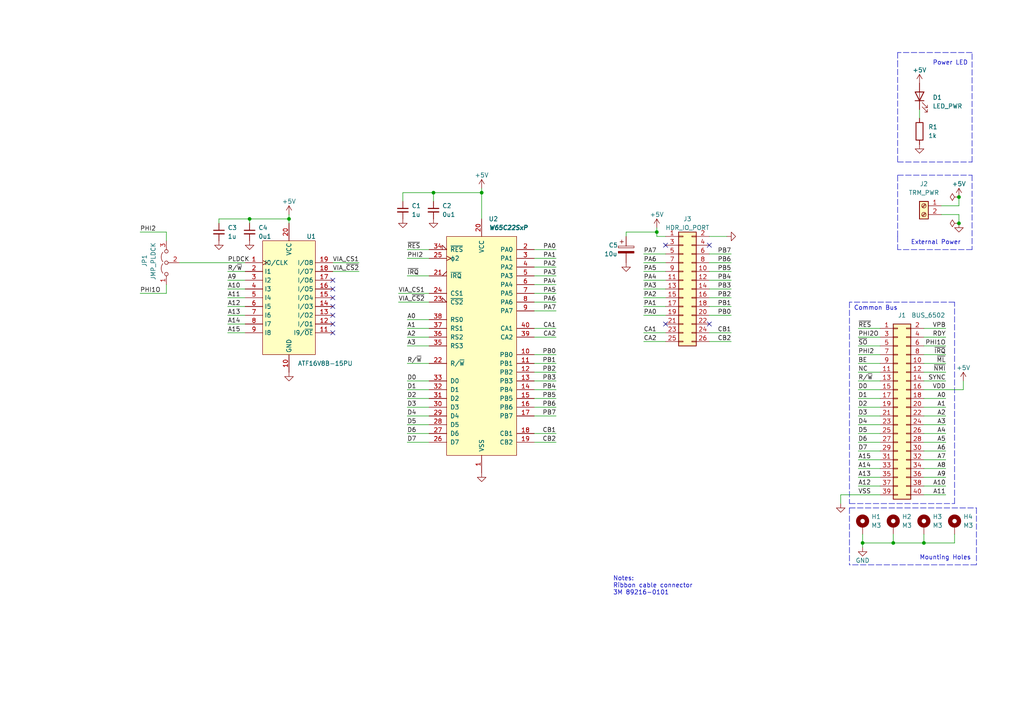
<source format=kicad_sch>
(kicad_sch (version 20211123) (generator eeschema)
  (paper "A4")
  (title_block (title "Retro Stack - VIA") (date "2023-04-06") (rev "0") (company "Microcode.io"))
  (lib_symbols
    (symbol "65xx:W65C22SxP" (pin_names (offset 1.016))
      (property "Reference" "U" (at -10.16 33.02 0))
      (property "Value" "W65C22SxP" (at 0 0 90))
      (symbol "W65C22SxP_0_1"
        (rectangle (start -10.16 31.75) (end 10.16 -31.75) (fill (type background)))
      )
      (symbol "W65C22SxP_1_1"
        (pin power_in line (at 0 -36.83 90) (length 5.08) (name "VSS") (number "1"))
        (pin bidirectional line (at 15.24 -2.54 180) (length 5.08) (name "PB0") (number "10"))
        (pin bidirectional line (at 15.24 -5.08 180) (length 5.08) (name "PB1") (number "11"))
        (pin bidirectional line (at 15.24 -7.62 180) (length 5.08) (name "PB2") (number "12"))
        (pin bidirectional line (at 15.24 -10.16 180) (length 5.08) (name "PB3") (number "13"))
        (pin bidirectional line (at 15.24 -12.7 180) (length 5.08) (name "PB4") (number "14"))
        (pin bidirectional line (at 15.24 -15.24 180) (length 5.08) (name "PB5") (number "15"))
        (pin bidirectional line (at 15.24 -17.78 180) (length 5.08) (name "PB6") (number "16"))
        (pin bidirectional line (at 15.24 -20.32 180) (length 5.08) (name "PB7") (number "17"))
        (pin input line (at 15.24 -25.4 180) (length 5.08) (name "CB1") (number "18"))
        (pin bidirectional line (at 15.24 -27.94 180) (length 5.08) (name "CB2") (number "19"))
        (pin bidirectional line (at 15.24 27.94 180) (length 5.08) (name "PA0") (number "2"))
        (pin power_in line (at 0 36.83 270) (length 5.08) (name "VCC") (number "20"))
        (pin output output_low (at -15.24 20.32 0) (length 5.08) (name "~{IRQ}") (number "21"))
        (pin input line (at -15.24 -5.08 0) (length 5.08) (name "R/~{W}") (number "22"))
        (pin input input_low (at -15.24 12.7 0) (length 5.08) (name "~{CS2}") (number "23"))
        (pin input line (at -15.24 15.24 0) (length 5.08) (name "CS1") (number "24"))
        (pin input clock (at -15.24 25.4 0) (length 5.08) (name "ϕ2") (number "25"))
        (pin bidirectional line (at -15.24 -27.94 0) (length 5.08) (name "D7") (number "26"))
        (pin bidirectional line (at -15.24 -25.4 0) (length 5.08) (name "D6") (number "27"))
        (pin bidirectional line (at -15.24 -22.86 0) (length 5.08) (name "D5") (number "28"))
        (pin bidirectional line (at -15.24 -20.32 0) (length 5.08) (name "D4") (number "29"))
        (pin bidirectional line (at 15.24 25.4 180) (length 5.08) (name "PA1") (number "3"))
        (pin bidirectional line (at -15.24 -17.78 0) (length 5.08) (name "D3") (number "30"))
        (pin bidirectional line (at -15.24 -15.24 0) (length 5.08) (name "D2") (number "31"))
        (pin bidirectional line (at -15.24 -12.7 0) (length 5.08) (name "D1") (number "32"))
        (pin bidirectional line (at -15.24 -10.16 0) (length 5.08) (name "D0") (number "33"))
        (pin input input_low (at -15.24 27.94 0) (length 5.08) (name "~{RES}") (number "34"))
        (pin input line (at -15.24 0 0) (length 5.08) (name "RS3") (number "35"))
        (pin input line (at -15.24 2.54 0) (length 5.08) (name "RS2") (number "36"))
        (pin input line (at -15.24 5.08 0) (length 5.08) (name "RS1") (number "37"))
        (pin input line (at -15.24 7.62 0) (length 5.08) (name "RS0") (number "38"))
        (pin bidirectional line (at 15.24 2.54 180) (length 5.08) (name "CA2") (number "39"))
        (pin bidirectional line (at 15.24 22.86 180) (length 5.08) (name "PA2") (number "4"))
        (pin input line (at 15.24 5.08 180) (length 5.08) (name "CA1") (number "40"))
        (pin bidirectional line (at 15.24 20.32 180) (length 5.08) (name "PA3") (number "5"))
        (pin bidirectional line (at 15.24 17.78 180) (length 5.08) (name "PA4") (number "6"))
        (pin bidirectional line (at 15.24 15.24 180) (length 5.08) (name "PA5") (number "7"))
        (pin bidirectional line (at 15.24 12.7 180) (length 5.08) (name "PA6") (number "8"))
        (pin bidirectional line (at 15.24 10.16 180) (length 5.08) (name "PA7") (number "9"))
      )
    )
    (symbol "Connector:Screw_Terminal_01x02" (pin_names (offset 1.016) hide)
      (property "Reference" "J" (at 0 2.54 0))
      (property "Value" "Screw_Terminal_01x02" (at 0 -5.08 0))
      (symbol "Screw_Terminal_01x02_1_1"
        (rectangle (start -1.27 1.27) (end 1.27 -3.81) (stroke (width 0.254)) (fill (type background)))
        (circle (center 0 -2.54) (radius 0.635) (stroke (width 0.1524)))
        (polyline (pts (xy -0.5334 -2.2098) (xy 0.3302 -3.048)) (stroke (width 0.1524)))
        (polyline (pts (xy -0.5334 0.3302) (xy 0.3302 -0.508)) (stroke (width 0.1524)))
        (polyline (pts (xy -0.3556 -2.032) (xy 0.508 -2.8702)) (stroke (width 0.1524)))
        (polyline (pts (xy -0.3556 0.508) (xy 0.508 -0.3302)) (stroke (width 0.1524)))
        (circle (center 0 0) (radius 0.635) (stroke (width 0.1524)))
        (pin passive line (at -5.08 0 0) (length 3.81) (name "Pin_1") (number "1"))
        (pin passive line (at -5.08 -2.54 0) (length 3.81) (name "Pin_2") (number "2"))
      )
    )
    (symbol "Connector_Generic:Conn_02x13_Odd_Even" (pin_names (offset 1.016) hide)
      (property "Reference" "J" (at 1.27 17.78 0))
      (property "Value" "Conn_02x13_Odd_Even" (at 1.27 -17.78 0))
      (symbol "Conn_02x13_Odd_Even_1_1"
        (rectangle (start -1.27 -15.113) (end 0 -15.367) (stroke (width 0.1524)))
        (rectangle (start -1.27 -12.573) (end 0 -12.827) (stroke (width 0.1524)))
        (rectangle (start -1.27 -10.033) (end 0 -10.287) (stroke (width 0.1524)))
        (rectangle (start -1.27 -7.493) (end 0 -7.747) (stroke (width 0.1524)))
        (rectangle (start -1.27 -4.953) (end 0 -5.207) (stroke (width 0.1524)))
        (rectangle (start -1.27 -2.413) (end 0 -2.667) (stroke (width 0.1524)))
        (rectangle (start -1.27 0.127) (end 0 -0.127) (stroke (width 0.1524)))
        (rectangle (start -1.27 2.667) (end 0 2.413) (stroke (width 0.1524)))
        (rectangle (start -1.27 5.207) (end 0 4.953) (stroke (width 0.1524)))
        (rectangle (start -1.27 7.747) (end 0 7.493) (stroke (width 0.1524)))
        (rectangle (start -1.27 10.287) (end 0 10.033) (stroke (width 0.1524)))
        (rectangle (start -1.27 12.827) (end 0 12.573) (stroke (width 0.1524)))
        (rectangle (start -1.27 15.367) (end 0 15.113) (stroke (width 0.1524)))
        (rectangle (start -1.27 16.51) (end 3.81 -16.51) (stroke (width 0.254)) (fill (type background)))
        (rectangle (start 3.81 -15.113) (end 2.54 -15.367) (stroke (width 0.1524)))
        (rectangle (start 3.81 -12.573) (end 2.54 -12.827) (stroke (width 0.1524)))
        (rectangle (start 3.81 -10.033) (end 2.54 -10.287) (stroke (width 0.1524)))
        (rectangle (start 3.81 -7.493) (end 2.54 -7.747) (stroke (width 0.1524)))
        (rectangle (start 3.81 -4.953) (end 2.54 -5.207) (stroke (width 0.1524)))
        (rectangle (start 3.81 -2.413) (end 2.54 -2.667) (stroke (width 0.1524)))
        (rectangle (start 3.81 0.127) (end 2.54 -0.127) (stroke (width 0.1524)))
        (rectangle (start 3.81 2.667) (end 2.54 2.413) (stroke (width 0.1524)))
        (rectangle (start 3.81 5.207) (end 2.54 4.953) (stroke (width 0.1524)))
        (rectangle (start 3.81 7.747) (end 2.54 7.493) (stroke (width 0.1524)))
        (rectangle (start 3.81 10.287) (end 2.54 10.033) (stroke (width 0.1524)))
        (rectangle (start 3.81 12.827) (end 2.54 12.573) (stroke (width 0.1524)))
        (rectangle (start 3.81 15.367) (end 2.54 15.113) (stroke (width 0.1524)))
        (pin passive line (at -5.08 15.24 0) (length 3.81) (name "Pin_1") (number "1"))
        (pin passive line (at 7.62 5.08 180) (length 3.81) (name "Pin_10") (number "10"))
        (pin passive line (at -5.08 2.54 0) (length 3.81) (name "Pin_11") (number "11"))
        (pin passive line (at 7.62 2.54 180) (length 3.81) (name "Pin_12") (number "12"))
        (pin passive line (at -5.08 0 0) (length 3.81) (name "Pin_13") (number "13"))
        (pin passive line (at 7.62 0 180) (length 3.81) (name "Pin_14") (number "14"))
        (pin passive line (at -5.08 -2.54 0) (length 3.81) (name "Pin_15") (number "15"))
        (pin passive line (at 7.62 -2.54 180) (length 3.81) (name "Pin_16") (number "16"))
        (pin passive line (at -5.08 -5.08 0) (length 3.81) (name "Pin_17") (number "17"))
        (pin passive line (at 7.62 -5.08 180) (length 3.81) (name "Pin_18") (number "18"))
        (pin passive line (at -5.08 -7.62 0) (length 3.81) (name "Pin_19") (number "19"))
        (pin passive line (at 7.62 15.24 180) (length 3.81) (name "Pin_2") (number "2"))
        (pin passive line (at 7.62 -7.62 180) (length 3.81) (name "Pin_20") (number "20"))
        (pin passive line (at -5.08 -10.16 0) (length 3.81) (name "Pin_21") (number "21"))
        (pin passive line (at 7.62 -10.16 180) (length 3.81) (name "Pin_22") (number "22"))
        (pin passive line (at -5.08 -12.7 0) (length 3.81) (name "Pin_23") (number "23"))
        (pin passive line (at 7.62 -12.7 180) (length 3.81) (name "Pin_24") (number "24"))
        (pin passive line (at -5.08 -15.24 0) (length 3.81) (name "Pin_25") (number "25"))
        (pin passive line (at 7.62 -15.24 180) (length 3.81) (name "Pin_26") (number "26"))
        (pin passive line (at -5.08 12.7 0) (length 3.81) (name "Pin_3") (number "3"))
        (pin passive line (at 7.62 12.7 180) (length 3.81) (name "Pin_4") (number "4"))
        (pin passive line (at -5.08 10.16 0) (length 3.81) (name "Pin_5") (number "5"))
        (pin passive line (at 7.62 10.16 180) (length 3.81) (name "Pin_6") (number "6"))
        (pin passive line (at -5.08 7.62 0) (length 3.81) (name "Pin_7") (number "7"))
        (pin passive line (at 7.62 7.62 180) (length 3.81) (name "Pin_8") (number "8"))
        (pin passive line (at -5.08 5.08 0) (length 3.81) (name "Pin_9") (number "9"))
      )
    )
    (symbol "Connector_Generic:Conn_02x20_Odd_Even" (pin_names (offset 1.016) hide)
      (property "Reference" "J" (at 1.27 25.4 0))
      (property "Value" "Conn_02x20_Odd_Even" (at 1.27 -27.94 0))
      (symbol "Conn_02x20_Odd_Even_1_1"
        (rectangle (start -1.27 -25.273) (end 0 -25.527) (stroke (width 0.1524)))
        (rectangle (start -1.27 -22.733) (end 0 -22.987) (stroke (width 0.1524)))
        (rectangle (start -1.27 -20.193) (end 0 -20.447) (stroke (width 0.1524)))
        (rectangle (start -1.27 -17.653) (end 0 -17.907) (stroke (width 0.1524)))
        (rectangle (start -1.27 -15.113) (end 0 -15.367) (stroke (width 0.1524)))
        (rectangle (start -1.27 -12.573) (end 0 -12.827) (stroke (width 0.1524)))
        (rectangle (start -1.27 -10.033) (end 0 -10.287) (stroke (width 0.1524)))
        (rectangle (start -1.27 -7.493) (end 0 -7.747) (stroke (width 0.1524)))
        (rectangle (start -1.27 -4.953) (end 0 -5.207) (stroke (width 0.1524)))
        (rectangle (start -1.27 -2.413) (end 0 -2.667) (stroke (width 0.1524)))
        (rectangle (start -1.27 0.127) (end 0 -0.127) (stroke (width 0.1524)))
        (rectangle (start -1.27 2.667) (end 0 2.413) (stroke (width 0.1524)))
        (rectangle (start -1.27 5.207) (end 0 4.953) (stroke (width 0.1524)))
        (rectangle (start -1.27 7.747) (end 0 7.493) (stroke (width 0.1524)))
        (rectangle (start -1.27 10.287) (end 0 10.033) (stroke (width 0.1524)))
        (rectangle (start -1.27 12.827) (end 0 12.573) (stroke (width 0.1524)))
        (rectangle (start -1.27 15.367) (end 0 15.113) (stroke (width 0.1524)))
        (rectangle (start -1.27 17.907) (end 0 17.653) (stroke (width 0.1524)))
        (rectangle (start -1.27 20.447) (end 0 20.193) (stroke (width 0.1524)))
        (rectangle (start -1.27 22.987) (end 0 22.733) (stroke (width 0.1524)))
        (rectangle (start -1.27 24.13) (end 3.81 -26.67) (stroke (width 0.254)) (fill (type background)))
        (rectangle (start 3.81 -25.273) (end 2.54 -25.527) (stroke (width 0.1524)))
        (rectangle (start 3.81 -22.733) (end 2.54 -22.987) (stroke (width 0.1524)))
        (rectangle (start 3.81 -20.193) (end 2.54 -20.447) (stroke (width 0.1524)))
        (rectangle (start 3.81 -17.653) (end 2.54 -17.907) (stroke (width 0.1524)))
        (rectangle (start 3.81 -15.113) (end 2.54 -15.367) (stroke (width 0.1524)))
        (rectangle (start 3.81 -12.573) (end 2.54 -12.827) (stroke (width 0.1524)))
        (rectangle (start 3.81 -10.033) (end 2.54 -10.287) (stroke (width 0.1524)))
        (rectangle (start 3.81 -7.493) (end 2.54 -7.747) (stroke (width 0.1524)))
        (rectangle (start 3.81 -4.953) (end 2.54 -5.207) (stroke (width 0.1524)))
        (rectangle (start 3.81 -2.413) (end 2.54 -2.667) (stroke (width 0.1524)))
        (rectangle (start 3.81 0.127) (end 2.54 -0.127) (stroke (width 0.1524)))
        (rectangle (start 3.81 2.667) (end 2.54 2.413) (stroke (width 0.1524)))
        (rectangle (start 3.81 5.207) (end 2.54 4.953) (stroke (width 0.1524)))
        (rectangle (start 3.81 7.747) (end 2.54 7.493) (stroke (width 0.1524)))
        (rectangle (start 3.81 10.287) (end 2.54 10.033) (stroke (width 0.1524)))
        (rectangle (start 3.81 12.827) (end 2.54 12.573) (stroke (width 0.1524)))
        (rectangle (start 3.81 15.367) (end 2.54 15.113) (stroke (width 0.1524)))
        (rectangle (start 3.81 17.907) (end 2.54 17.653) (stroke (width 0.1524)))
        (rectangle (start 3.81 20.447) (end 2.54 20.193) (stroke (width 0.1524)))
        (rectangle (start 3.81 22.987) (end 2.54 22.733) (stroke (width 0.1524)))
        (pin passive line (at -5.08 22.86 0) (length 3.81) (name "Pin_1") (number "1"))
        (pin passive line (at 7.62 12.7 180) (length 3.81) (name "Pin_10") (number "10"))
        (pin passive line (at -5.08 10.16 0) (length 3.81) (name "Pin_11") (number "11"))
        (pin passive line (at 7.62 10.16 180) (length 3.81) (name "Pin_12") (number "12"))
        (pin passive line (at -5.08 7.62 0) (length 3.81) (name "Pin_13") (number "13"))
        (pin passive line (at 7.62 7.62 180) (length 3.81) (name "Pin_14") (number "14"))
        (pin passive line (at -5.08 5.08 0) (length 3.81) (name "Pin_15") (number "15"))
        (pin passive line (at 7.62 5.08 180) (length 3.81) (name "Pin_16") (number "16"))
        (pin passive line (at -5.08 2.54 0) (length 3.81) (name "Pin_17") (number "17"))
        (pin passive line (at 7.62 2.54 180) (length 3.81) (name "Pin_18") (number "18"))
        (pin passive line (at -5.08 0 0) (length 3.81) (name "Pin_19") (number "19"))
        (pin passive line (at 7.62 22.86 180) (length 3.81) (name "Pin_2") (number "2"))
        (pin passive line (at 7.62 0 180) (length 3.81) (name "Pin_20") (number "20"))
        (pin passive line (at -5.08 -2.54 0) (length 3.81) (name "Pin_21") (number "21"))
        (pin passive line (at 7.62 -2.54 180) (length 3.81) (name "Pin_22") (number "22"))
        (pin passive line (at -5.08 -5.08 0) (length 3.81) (name "Pin_23") (number "23"))
        (pin passive line (at 7.62 -5.08 180) (length 3.81) (name "Pin_24") (number "24"))
        (pin passive line (at -5.08 -7.62 0) (length 3.81) (name "Pin_25") (number "25"))
        (pin passive line (at 7.62 -7.62 180) (length 3.81) (name "Pin_26") (number "26"))
        (pin passive line (at -5.08 -10.16 0) (length 3.81) (name "Pin_27") (number "27"))
        (pin passive line (at 7.62 -10.16 180) (length 3.81) (name "Pin_28") (number "28"))
        (pin passive line (at -5.08 -12.7 0) (length 3.81) (name "Pin_29") (number "29"))
        (pin passive line (at -5.08 20.32 0) (length 3.81) (name "Pin_3") (number "3"))
        (pin passive line (at 7.62 -12.7 180) (length 3.81) (name "Pin_30") (number "30"))
        (pin passive line (at -5.08 -15.24 0) (length 3.81) (name "Pin_31") (number "31"))
        (pin passive line (at 7.62 -15.24 180) (length 3.81) (name "Pin_32") (number "32"))
        (pin passive line (at -5.08 -17.78 0) (length 3.81) (name "Pin_33") (number "33"))
        (pin passive line (at 7.62 -17.78 180) (length 3.81) (name "Pin_34") (number "34"))
        (pin passive line (at -5.08 -20.32 0) (length 3.81) (name "Pin_35") (number "35"))
        (pin passive line (at 7.62 -20.32 180) (length 3.81) (name "Pin_36") (number "36"))
        (pin passive line (at -5.08 -22.86 0) (length 3.81) (name "Pin_37") (number "37"))
        (pin passive line (at 7.62 -22.86 180) (length 3.81) (name "Pin_38") (number "38"))
        (pin passive line (at -5.08 -25.4 0) (length 3.81) (name "Pin_39") (number "39"))
        (pin passive line (at 7.62 20.32 180) (length 3.81) (name "Pin_4") (number "4"))
        (pin passive line (at 7.62 -25.4 180) (length 3.81) (name "Pin_40") (number "40"))
        (pin passive line (at -5.08 17.78 0) (length 3.81) (name "Pin_5") (number "5"))
        (pin passive line (at 7.62 17.78 180) (length 3.81) (name "Pin_6") (number "6"))
        (pin passive line (at -5.08 15.24 0) (length 3.81) (name "Pin_7") (number "7"))
        (pin passive line (at 7.62 15.24 180) (length 3.81) (name "Pin_8") (number "8"))
        (pin passive line (at -5.08 12.7 0) (length 3.81) (name "Pin_9") (number "9"))
      )
    )
    (symbol "Device:C_Polarized" (pin_numbers hide) (pin_names (offset 0.254))
      (property "Reference" "C" (at 0.635 2.54 0))
      (property "Value" "C_Polarized" (at 0.635 -2.54 0))
      (symbol "C_Polarized_0_1"
        (rectangle (start -2.286 0.508) (end 2.286 1.016))
        (polyline (pts (xy -1.778 2.286) (xy -0.762 2.286)))
        (polyline (pts (xy -1.27 2.794) (xy -1.27 1.778)))
        (rectangle (start 2.286 -0.508) (end -2.286 -1.016) (fill (type outline)))
      )
      (symbol "C_Polarized_1_1"
        (pin passive line (at 0 3.81 270) (length 2.794) (name "~") (number "1"))
        (pin passive line (at 0 -3.81 90) (length 2.794) (name "~") (number "2"))
      )
    )
    (symbol "Device:C_Small" (pin_numbers hide) (pin_names (offset 0.254) hide)
      (property "Reference" "C" (at 0.254 1.778 0))
      (property "Value" "C_Small" (at 0.254 -2.032 0))
      (symbol "C_Small_0_1"
        (polyline (pts (xy -1.524 -0.508) (xy 1.524 -0.508)) (stroke (width 0.3302)))
        (polyline (pts (xy -1.524 0.508) (xy 1.524 0.508)) (stroke (width 0.3048)))
      )
      (symbol "C_Small_1_1"
        (pin passive line (at 0 2.54 270) (length 2.032) (name "~") (number "1"))
        (pin passive line (at 0 -2.54 90) (length 2.032) (name "~") (number "2"))
      )
    )
    (symbol "Device:LED" (pin_numbers hide) (pin_names (offset 1.016) hide)
      (property "Reference" "D" (at 0 2.54 0))
      (property "Value" "LED" (at 0 -2.54 0))
      (symbol "LED_0_1"
        (polyline (pts (xy -1.27 -1.27) (xy -1.27 1.27)) (stroke (width 0.254)))
        (polyline (pts (xy -1.27 0) (xy 1.27 0)))
        (polyline (pts (xy 1.27 -1.27) (xy 1.27 1.27) (xy -1.27 0) (xy 1.27 -1.27)) (stroke (width 0.254)))
        (polyline (pts (xy -3.048 -0.762) (xy -4.572 -2.286) (xy -3.81 -2.286) (xy -4.572 -2.286) (xy -4.572 -1.524)))
        (polyline (pts (xy -1.778 -0.762) (xy -3.302 -2.286) (xy -2.54 -2.286) (xy -3.302 -2.286) (xy -3.302 -1.524)))
      )
      (symbol "LED_1_1"
        (pin passive line (at -3.81 0 0) (length 2.54) (name "K") (number "1"))
        (pin passive line (at 3.81 0 180) (length 2.54) (name "A") (number "2"))
      )
    )
    (symbol "Device:R" (pin_numbers hide) (pin_names (offset 0))
      (property "Reference" "R" (at 2.032 0 90))
      (property "Value" "R" (at 0 0 90))
      (symbol "R_0_1"
        (rectangle (start -1.016 -2.54) (end 1.016 2.54) (stroke (width 0.254)))
      )
      (symbol "R_1_1"
        (pin passive line (at 0 3.81 270) (length 1.27) (name "~") (number "1"))
        (pin passive line (at 0 -3.81 90) (length 1.27) (name "~") (number "2"))
      )
    )
    (symbol "Jumper:Jumper_3_Open" (pin_names (offset 0) hide)
      (property "Reference" "JP" (at -2.54 -2.54 0))
      (property "Value" "Jumper_3_Open" (at 0 2.794 0))
      (symbol "Jumper_3_Open_0_0"
        (circle (center -3.302 0) (radius 0.508))
        (circle (center 0 0) (radius 0.508))
        (circle (center 3.302 0) (radius 0.508))
      )
      (symbol "Jumper_3_Open_0_1"
        (arc (start -0.254 1.016) (mid -1.651 1.4992) (end -3.048 1.016))
        (polyline (pts (xy 0 -0.508) (xy 0 -1.27)))
        (arc (start 3.048 1.016) (mid 1.651 1.4992) (end 0.254 1.016))
      )
      (symbol "Jumper_3_Open_1_1"
        (pin passive line (at -6.35 0 0) (length 2.54) (name "A") (number "1"))
        (pin passive line (at 0 -3.81 90) (length 2.54) (name "C") (number "2"))
        (pin passive line (at 6.35 0 180) (length 2.54) (name "B") (number "3"))
      )
    )
    (symbol "Mechanical:MountingHole_Pad" (pin_numbers hide) (pin_names (offset 1.016) hide)
      (property "Reference" "H" (at 0 6.35 0))
      (property "Value" "MountingHole_Pad" (at 0 4.445 0))
      (symbol "MountingHole_Pad_0_1"
        (circle (center 0 1.27) (radius 1.27) (stroke (width 1.27)))
      )
      (symbol "MountingHole_Pad_1_1"
        (pin input line (at 0 -2.54 90) (length 2.54) (name "1") (number "1"))
      )
    )
    (symbol "RetroStack:ATF16V8B-15PU"
      (property "Reference" "U" (at 2.54 20.32 0))
      (property "Value" "ATF16V8B-15PU" (at 8.89 17.78 0))
      (symbol "ATF16V8B-15PU_0_1"
        (rectangle (start -7.62 16.51) (end 7.62 -16.51) (fill (type background)))
      )
      (symbol "ATF16V8B-15PU_1_1"
        (pin input clock (at -12.7 10.16 0) (length 5.08) (name "I0/CLK") (number "1"))
        (pin power_in line (at 0 -21.59 90) (length 5.08) (name "GND") (number "10"))
        (pin input line (at 12.7 -10.16 180) (length 5.08) (name "I9/~{OE}") (number "11"))
        (pin bidirectional line (at 12.7 -7.62 180) (length 5.08) (name "I/O1") (number "12"))
        (pin bidirectional line (at 12.7 -5.08 180) (length 5.08) (name "I/O2") (number "13"))
        (pin bidirectional line (at 12.7 -2.54 180) (length 5.08) (name "I/O3") (number "14"))
        (pin bidirectional line (at 12.7 0 180) (length 5.08) (name "I/O4") (number "15"))
        (pin bidirectional line (at 12.7 2.54 180) (length 5.08) (name "I/O5") (number "16"))
        (pin bidirectional line (at 12.7 5.08 180) (length 5.08) (name "I/O6") (number "17"))
        (pin bidirectional line (at 12.7 7.62 180) (length 5.08) (name "I/O7") (number "18"))
        (pin bidirectional line (at 12.7 10.16 180) (length 5.08) (name "I/O8") (number "19"))
        (pin input line (at -12.7 7.62 0) (length 5.08) (name "I1") (number "2"))
        (pin power_in line (at 0 21.59 270) (length 5.08) (name "VCC") (number "20"))
        (pin input line (at -12.7 5.08 0) (length 5.08) (name "I2") (number "3"))
        (pin input line (at -12.7 2.54 0) (length 5.08) (name "I3") (number "4"))
        (pin input line (at -12.7 0 0) (length 5.08) (name "I4") (number "5"))
        (pin input line (at -12.7 -2.54 0) (length 5.08) (name "I5") (number "6"))
        (pin input line (at -12.7 -5.08 0) (length 5.08) (name "I6") (number "7"))
        (pin input line (at -12.7 -7.62 0) (length 5.08) (name "I7") (number "8"))
        (pin input line (at -12.7 -10.16 0) (length 5.08) (name "I8") (number "9"))
      )
    )
    (symbol "power:+5V" (power) (pin_names (offset 0))
      (property "Value" "+5V" (at 0 3.556 0))
      (symbol "+5V_0_1"
        (polyline (pts (xy -0.762 1.27) (xy 0 2.54)))
        (polyline (pts (xy 0 0) (xy 0 2.54)))
        (polyline (pts (xy 0 2.54) (xy 0.762 1.27)))
      )
      (symbol "+5V_1_1"
        (pin power_in line (at 0 0 90) (length 0) hide (name "+5V") (number "1"))
      )
    )
    (symbol "power:GND" (power) (pin_names (offset 0))
      (property "Value" "GND" (at 0 -3.81 0))
      (symbol "GND_0_1"
        (polyline (pts (xy 0 0) (xy 0 -1.27) (xy 1.27 -1.27) (xy 0 -2.54) (xy -1.27 -1.27) (xy 0 -1.27)))
      )
      (symbol "GND_1_1"
        (pin power_in line (at 0 0 270) (length 0) hide (name "GND") (number "1"))
      )
    )
    (symbol "power:PWR_FLAG" (power) (pin_numbers hide) (pin_names (offset 0) hide)
      (property "Value" "PWR_FLAG" (at 0 3.81 0))
      (symbol "PWR_FLAG_0_0"
        (pin power_out line (at 0 0 90) (length 0) (name "pwr") (number "1"))
      )
      (symbol "PWR_FLAG_0_1"
        (polyline (pts (xy 0 0) (xy 0 1.27) (xy -1.016 1.905) (xy 0 2.54) (xy 1.016 1.905) (xy 0 1.27)))
      )
    )
  )
  (junction (at 190.5 67.31))
  (junction (at 278.13 57.15))
  (junction (at 278.13 64.77))
  (junction (at 125.73 55.88))
  (junction (at 139.7 55.88))
  (junction (at 259.08 157.48))
  (junction (at 83.82 63.5))
  (junction (at 267.97 157.48))
  (junction (at 72.39 63.5))
  (junction (at 250.19 157.48))
  (no_connect (at 96.52 91.44))
  (no_connect (at 193.04 93.98))
  (no_connect (at 96.52 93.98))
  (no_connect (at 96.52 88.9))
  (no_connect (at 205.74 93.98))
  (no_connect (at 96.52 81.28))
  (no_connect (at 193.04 71.12))
  (no_connect (at 205.74 71.12))
  (no_connect (at 96.52 83.82))
  (no_connect (at 96.52 86.36))
  (no_connect (at 96.52 96.52))
  (wire (pts (xy 124.46 95.25) (xy 118.11 95.25)))
  (wire (pts (xy 154.94 115.57) (xy 161.29 115.57)))
  (wire (pts (xy 66.04 83.82) (xy 71.12 83.82)))
  (wire (pts (xy 267.97 143.51) (xy 274.32 143.51)))
  (wire (pts (xy 205.74 96.52) (xy 212.09 96.52)))
  (wire (pts (xy 154.94 82.55) (xy 161.29 82.55)))
  (wire (pts (xy 40.64 85.09) (xy 48.26 85.09)))
  (wire (pts (xy 139.7 55.88) (xy 139.7 63.5)))
  (wire (pts (xy 154.94 95.25) (xy 161.29 95.25)))
  (wire (pts (xy 154.94 97.79) (xy 161.29 97.79)))
  (wire (pts (xy 278.13 62.23) (xy 278.13 64.77)))
  (wire (pts (xy 267.97 140.97) (xy 274.32 140.97)))
  (wire (pts (xy 154.94 110.49) (xy 161.29 110.49)))
  (wire (pts (xy 154.94 77.47) (xy 161.29 77.47)))
  (wire (pts (xy 248.92 140.97) (xy 255.27 140.97)))
  (wire (pts (xy 96.52 76.2) (xy 104.14 76.2)))
  (wire (pts (xy 248.92 128.27) (xy 255.27 128.27)))
  (wire (pts (xy 115.57 85.09) (xy 124.46 85.09)))
  (wire (pts (xy 154.94 113.03) (xy 161.29 113.03)))
  (wire (pts (xy 154.94 102.87) (xy 161.29 102.87)))
  (wire (pts (xy 248.92 105.41) (xy 255.27 105.41)))
  (wire (pts (xy 248.92 115.57) (xy 255.27 115.57)))
  (wire (pts (xy 193.04 91.44) (xy 186.69 91.44)))
  (wire (pts (xy 66.04 86.36) (xy 71.12 86.36)))
  (wire (pts (xy 205.74 83.82) (xy 212.09 83.82)))
  (wire (pts (xy 190.5 68.58) (xy 190.5 67.31)))
  (wire (pts (xy 193.04 68.58) (xy 190.5 68.58)))
  (wire (pts (xy 154.94 107.95) (xy 161.29 107.95)))
  (wire (pts (xy 267.97 100.33) (xy 274.32 100.33)))
  (wire (pts (xy 267.97 128.27) (xy 274.32 128.27)))
  (wire (pts (xy 193.04 78.74) (xy 186.69 78.74)))
  (wire (pts (xy 267.97 157.48) (xy 259.08 157.48)))
  (wire (pts (xy 205.74 86.36) (xy 212.09 86.36)))
  (wire (pts (xy 66.04 78.74) (xy 71.12 78.74)))
  (wire (pts (xy 154.94 85.09) (xy 161.29 85.09)))
  (wire (pts (xy 124.46 80.01) (xy 118.11 80.01)))
  (wire (pts (xy 66.04 81.28) (xy 71.12 81.28)))
  (wire (pts (xy 154.94 72.39) (xy 161.29 72.39)))
  (wire (pts (xy 267.97 120.65) (xy 274.32 120.65)))
  (wire (pts (xy 72.39 63.5) (xy 83.82 63.5)))
  (wire (pts (xy 66.04 93.98) (xy 71.12 93.98)))
  (wire (pts (xy 267.97 138.43) (xy 274.32 138.43)))
  (wire (pts (xy 48.26 69.85) (xy 48.26 67.31)))
  (polyline (pts (xy 246.38 147.32) (xy 283.21 147.32)))
  (wire (pts (xy 267.97 102.87) (xy 274.32 102.87)))
  (polyline (pts (xy 281.94 46.99) (xy 281.94 15.24)))
  (wire (pts (xy 154.94 74.93) (xy 161.29 74.93)))
  (polyline (pts (xy 283.21 163.83) (xy 246.38 163.83)))
  (wire (pts (xy 205.74 88.9) (xy 212.09 88.9)))
  (wire (pts (xy 248.92 138.43) (xy 255.27 138.43)))
  (wire (pts (xy 190.5 67.31) (xy 190.5 66.04)))
  (polyline (pts (xy 260.35 17.78) (xy 260.35 46.99)))
  (polyline (pts (xy 246.38 146.05) (xy 276.86 146.05)))
  (wire (pts (xy 267.97 107.95) (xy 274.32 107.95)))
  (wire (pts (xy 193.04 81.28) (xy 186.69 81.28)))
  (wire (pts (xy 248.92 100.33) (xy 255.27 100.33)))
  (wire (pts (xy 193.04 99.06) (xy 186.69 99.06)))
  (wire (pts (xy 205.74 99.06) (xy 212.09 99.06)))
  (wire (pts (xy 267.97 130.81) (xy 274.32 130.81)))
  (wire (pts (xy 248.92 107.95) (xy 255.27 107.95)))
  (wire (pts (xy 259.08 154.94) (xy 259.08 157.48)))
  (wire (pts (xy 63.5 63.5) (xy 72.39 63.5)))
  (polyline (pts (xy 281.94 72.39) (xy 260.35 72.39)))
  (wire (pts (xy 124.46 100.33) (xy 118.11 100.33)))
  (wire (pts (xy 72.39 63.5) (xy 72.39 64.77)))
  (wire (pts (xy 124.46 97.79) (xy 118.11 97.79)))
  (wire (pts (xy 248.92 102.87) (xy 255.27 102.87)))
  (polyline (pts (xy 281.94 15.24) (xy 260.35 15.24)))
  (wire (pts (xy 267.97 110.49) (xy 274.32 110.49)))
  (wire (pts (xy 267.97 154.94) (xy 267.97 157.48)))
  (wire (pts (xy 193.04 76.2) (xy 186.69 76.2)))
  (wire (pts (xy 181.61 67.31) (xy 190.5 67.31)))
  (wire (pts (xy 63.5 64.77) (xy 63.5 63.5)))
  (wire (pts (xy 96.52 78.74) (xy 104.14 78.74)))
  (wire (pts (xy 116.84 58.42) (xy 116.84 55.88)))
  (polyline (pts (xy 246.38 87.63) (xy 246.38 146.05)))
  (wire (pts (xy 273.05 59.69) (xy 278.13 59.69)))
  (wire (pts (xy 66.04 96.52) (xy 71.12 96.52)))
  (wire (pts (xy 250.19 158.75) (xy 250.19 157.48)))
  (wire (pts (xy 267.97 133.35) (xy 274.32 133.35)))
  (wire (pts (xy 125.73 55.88) (xy 139.7 55.88)))
  (polyline (pts (xy 260.35 68.58) (xy 260.35 50.8)))
  (wire (pts (xy 267.97 105.41) (xy 274.32 105.41)))
  (wire (pts (xy 115.57 87.63) (xy 124.46 87.63)))
  (wire (pts (xy 154.94 80.01) (xy 161.29 80.01)))
  (wire (pts (xy 154.94 118.11) (xy 161.29 118.11)))
  (wire (pts (xy 210.82 68.58) (xy 205.74 68.58)))
  (wire (pts (xy 83.82 62.23) (xy 83.82 63.5)))
  (wire (pts (xy 279.4 110.49) (xy 279.4 113.03)))
  (wire (pts (xy 66.04 88.9) (xy 71.12 88.9)))
  (wire (pts (xy 278.13 59.69) (xy 278.13 57.15)))
  (wire (pts (xy 48.26 82.55) (xy 48.26 85.09)))
  (wire (pts (xy 267.97 123.19) (xy 274.32 123.19)))
  (wire (pts (xy 118.11 72.39) (xy 124.46 72.39)))
  (wire (pts (xy 193.04 86.36) (xy 186.69 86.36)))
  (wire (pts (xy 248.92 97.79) (xy 255.27 97.79)))
  (wire (pts (xy 154.94 120.65) (xy 161.29 120.65)))
  (polyline (pts (xy 260.35 50.8) (xy 281.94 50.8)))
  (polyline (pts (xy 260.35 68.58) (xy 260.35 72.39)))
  (wire (pts (xy 118.11 113.03) (xy 124.46 113.03)))
  (polyline (pts (xy 281.94 50.8) (xy 281.94 72.39)))
  (wire (pts (xy 118.11 123.19) (xy 124.46 123.19)))
  (wire (pts (xy 205.74 81.28) (xy 212.09 81.28)))
  (polyline (pts (xy 283.21 147.32) (xy 283.21 163.83)))
  (wire (pts (xy 248.92 123.19) (xy 255.27 123.19)))
  (wire (pts (xy 243.84 146.05) (xy 243.84 143.51)))
  (wire (pts (xy 267.97 125.73) (xy 274.32 125.73)))
  (wire (pts (xy 267.97 97.79) (xy 274.32 97.79)))
  (wire (pts (xy 248.92 118.11) (xy 255.27 118.11)))
  (wire (pts (xy 139.7 54.61) (xy 139.7 55.88)))
  (wire (pts (xy 273.05 62.23) (xy 278.13 62.23)))
  (wire (pts (xy 193.04 73.66) (xy 186.69 73.66)))
  (wire (pts (xy 193.04 88.9) (xy 186.69 88.9)))
  (wire (pts (xy 118.11 110.49) (xy 124.46 110.49)))
  (polyline (pts (xy 276.86 146.05) (xy 276.86 87.63)))
  (wire (pts (xy 276.86 154.94) (xy 276.86 157.48)))
  (wire (pts (xy 267.97 135.89) (xy 274.32 135.89)))
  (wire (pts (xy 118.11 125.73) (xy 124.46 125.73)))
  (wire (pts (xy 250.19 157.48) (xy 250.19 154.94)))
  (wire (pts (xy 154.94 87.63) (xy 161.29 87.63)))
  (wire (pts (xy 118.11 120.65) (xy 124.46 120.65)))
  (wire (pts (xy 266.7 34.29) (xy 266.7 31.75)))
  (wire (pts (xy 248.92 120.65) (xy 255.27 120.65)))
  (wire (pts (xy 259.08 157.48) (xy 250.19 157.48)))
  (wire (pts (xy 83.82 63.5) (xy 83.82 64.77)))
  (wire (pts (xy 248.92 135.89) (xy 255.27 135.89)))
  (wire (pts (xy 116.84 55.88) (xy 125.73 55.88)))
  (polyline (pts (xy 260.35 15.24) (xy 260.35 17.78)))
  (wire (pts (xy 154.94 125.73) (xy 161.29 125.73)))
  (wire (pts (xy 154.94 128.27) (xy 161.29 128.27)))
  (polyline (pts (xy 276.86 87.63) (xy 246.38 87.63)))
  (wire (pts (xy 118.11 115.57) (xy 124.46 115.57)))
  (wire (pts (xy 205.74 91.44) (xy 212.09 91.44)))
  (wire (pts (xy 267.97 118.11) (xy 274.32 118.11)))
  (polyline (pts (xy 260.35 46.99) (xy 281.94 46.99)))
  (wire (pts (xy 40.64 67.31) (xy 48.26 67.31)))
  (wire (pts (xy 248.92 125.73) (xy 255.27 125.73)))
  (wire (pts (xy 267.97 115.57) (xy 274.32 115.57)))
  (wire (pts (xy 181.61 68.58) (xy 181.61 67.31)))
  (wire (pts (xy 118.11 105.41) (xy 124.46 105.41)))
  (wire (pts (xy 193.04 96.52) (xy 186.69 96.52)))
  (wire (pts (xy 205.74 73.66) (xy 212.09 73.66)))
  (wire (pts (xy 248.92 130.81) (xy 255.27 130.81)))
  (wire (pts (xy 154.94 105.41) (xy 161.29 105.41)))
  (wire (pts (xy 267.97 95.25) (xy 274.32 95.25)))
  (wire (pts (xy 118.11 74.93) (xy 124.46 74.93)))
  (wire (pts (xy 205.74 76.2) (xy 212.09 76.2)))
  (wire (pts (xy 248.92 95.25) (xy 255.27 95.25)))
  (wire (pts (xy 243.84 143.51) (xy 255.27 143.51)))
  (wire (pts (xy 248.92 133.35) (xy 255.27 133.35)))
  (wire (pts (xy 52.07 76.2) (xy 71.12 76.2)))
  (wire (pts (xy 118.11 128.27) (xy 124.46 128.27)))
  (wire (pts (xy 248.92 110.49) (xy 255.27 110.49)))
  (wire (pts (xy 66.04 91.44) (xy 71.12 91.44)))
  (wire (pts (xy 193.04 83.82) (xy 186.69 83.82)))
  (wire (pts (xy 248.92 113.03) (xy 255.27 113.03)))
  (wire (pts (xy 267.97 113.03) (xy 279.4 113.03)))
  (polyline (pts (xy 246.38 147.32) (xy 246.38 163.83)))
  (wire (pts (xy 124.46 92.71) (xy 118.11 92.71)))
  (wire (pts (xy 125.73 55.88) (xy 125.73 58.42)))
  (wire (pts (xy 118.11 118.11) (xy 124.46 118.11)))
  (wire (pts (xy 154.94 90.17) (xy 161.29 90.17)))
  (wire (pts (xy 205.74 78.74) (xy 212.09 78.74)))
  (wire (pts (xy 276.86 157.48) (xy 267.97 157.48)))
  (text "Notes:\nRibbon cable connector\n3M 89216-0101" (at 177.8 172.72 0) (effects (font (size 1.27 1.27)) (justify left bottom)))
  (text "External Power" (at 264.16 71.12 0) (effects (font (size 1.27 1.27)) (justify left bottom)))
  (text "Common Bus" (at 247.65 90.17 0) (effects (font (size 1.27 1.27)) (justify left bottom)))
  (text "Power LED" (at 270.51 19.05 0) (effects (font (size 1.27 1.27)) (justify left bottom)))
  (text "Mounting Holes" (at 266.7 162.56 0) (effects (font (size 1.27 1.27)) (justify left bottom)))
  (label "PHI1O" (at 274.32 100.33 180))
  (label "PA1" (at 186.69 88.9 0))
  (label "A0" (at 118.11 92.71 0))
  (label "PB7" (at 161.29 120.65 180))
  (label "CB1" (at 212.09 96.52 180))
  (label "~{SO}" (at 248.92 100.33 0))
  (label "A9" (at 66.04 81.28 0))
  (label "CA1" (at 186.69 96.52 0))
  (label "PLDCK" (at 66.04 76.2 0))
  (label "CA2" (at 186.69 99.06 0))
  (label "~{RES}" (at 118.11 72.39 0))
  (label "VIA_~{CS2}" (at 104.14 78.74 180))
  (label "CB1" (at 161.29 125.73 180))
  (label "PA4" (at 161.29 82.55 180))
  (label "PA1" (at 161.29 74.93 180))
  (label "PA0" (at 186.69 91.44 0))
  (label "D6" (at 248.92 128.27 0))
  (label "D3" (at 118.11 118.11 0))
  (label "A12" (at 248.92 140.97 0))
  (label "VIA_CS1" (at 115.57 85.09 0))
  (label "PB5" (at 161.29 115.57 180))
  (label "A12" (at 66.04 88.9 0))
  (label "D5" (at 118.11 123.19 0))
  (label "A10" (at 274.32 140.97 180))
  (label "NC" (at 248.92 107.95 0))
  (label "PHI1O" (at 40.64 85.09 0))
  (label "A6" (at 274.32 130.81 180))
  (label "PA3" (at 186.69 83.82 0))
  (label "PB2" (at 161.29 107.95 180))
  (label "A13" (at 248.92 138.43 0))
  (label "PB6" (at 161.29 118.11 180))
  (label "A14" (at 66.04 93.98 0))
  (label "D0" (at 248.92 113.03 0))
  (label "D4" (at 118.11 120.65 0))
  (label "D1" (at 118.11 113.03 0))
  (label "PA4" (at 186.69 81.28 0))
  (label "PB1" (at 161.29 105.41 180))
  (label "D4" (at 248.92 123.19 0))
  (label "PB0" (at 161.29 102.87 180))
  (label "D0" (at 118.11 110.49 0))
  (label "CA2" (at 161.29 97.79 180))
  (label "PB1" (at 212.09 88.9 180))
  (label "~{NMI}" (at 274.32 107.95 180))
  (label "A2" (at 118.11 97.79 0))
  (label "PA7" (at 161.29 90.17 180))
  (label "A5" (at 274.32 128.27 180))
  (label "R{slash}~{W}" (at 118.11 105.41 0))
  (label "CA1" (at 161.29 95.25 180))
  (label "PA2" (at 186.69 86.36 0))
  (label "BE" (at 248.92 105.41 0))
  (label "A1" (at 274.32 118.11 180))
  (label "A1" (at 118.11 95.25 0))
  (label "A13" (at 66.04 91.44 0))
  (label "R{slash}~{W}" (at 66.04 78.74 0))
  (label "PB3" (at 161.29 110.49 180))
  (label "A2" (at 274.32 120.65 180))
  (label "~{IRQ}" (at 274.32 102.87 180))
  (label "PHI2" (at 248.92 102.87 0))
  (label "VIA_~{CS2}" (at 115.57 87.63 0))
  (label "SYNC" (at 274.32 110.49 180))
  (label "PA6" (at 161.29 87.63 180))
  (label "PA0" (at 161.29 72.39 180))
  (label "D2" (at 248.92 118.11 0))
  (label "~{ML}" (at 274.32 105.41 180))
  (label "D2" (at 118.11 115.57 0))
  (label "CB2" (at 212.09 99.06 180))
  (label "PHI2O" (at 248.92 97.79 0))
  (label "PA7" (at 186.69 73.66 0))
  (label "PHI2" (at 118.11 74.93 0))
  (label "A7" (at 274.32 133.35 180))
  (label "A3" (at 274.32 123.19 180))
  (label "PB5" (at 212.09 78.74 180))
  (label "CB2" (at 161.29 128.27 180))
  (label "PB4" (at 161.29 113.03 180))
  (label "PB2" (at 212.09 86.36 180))
  (label "A8" (at 274.32 135.89 180))
  (label "A15" (at 66.04 96.52 0))
  (label "VSS" (at 248.92 143.51 0))
  (label "PB4" (at 212.09 81.28 180))
  (label "A14" (at 248.92 135.89 0))
  (label "~{IRQ}" (at 118.11 80.01 0))
  (label "PA5" (at 161.29 85.09 180))
  (label "PHI2" (at 40.64 67.31 0))
  (label "PB0" (at 212.09 91.44 180))
  (label "A15" (at 248.92 133.35 0))
  (label "PA5" (at 186.69 78.74 0))
  (label "PB7" (at 212.09 73.66 180))
  (label "VIA_CS1" (at 104.14 76.2 180))
  (label "R{slash}~{W}" (at 248.92 110.49 0))
  (label "D1" (at 248.92 115.57 0))
  (label "A10" (at 66.04 83.82 0))
  (label "VDD" (at 274.32 113.03 180))
  (label "VPB" (at 274.32 95.25 180))
  (label "A11" (at 66.04 86.36 0))
  (label "A3" (at 118.11 100.33 0))
  (label "A9" (at 274.32 138.43 180))
  (label "D7" (at 248.92 130.81 0))
  (label "PA3" (at 161.29 80.01 180))
  (label "D3" (at 248.92 120.65 0))
  (label "D6" (at 118.11 125.73 0))
  (label "PA6" (at 186.69 76.2 0))
  (label "A0" (at 274.32 115.57 180))
  (label "~{RES}" (at 248.92 95.25 0))
  (label "D7" (at 118.11 128.27 0))
  (label "PA2" (at 161.29 77.47 180))
  (label "A11" (at 274.32 143.51 180))
  (label "D5" (at 248.92 125.73 0))
  (label "A4" (at 274.32 125.73 180))
  (label "PB6" (at 212.09 76.2 180))
  (label "PB3" (at 212.09 83.82 180))
  (label "RDY" (at 274.32 97.79 180))
  (symbol (lib_id "Device:C_Small") (at 72.39 67.31 0) (unit 1)
    (property "Reference" "C4" (at 74.93 66.0462 0) (effects (justify left)))
    (property "Value" "0u1" (at 74.93 68.5862 0) (effects (justify left)))
    (property "Footprint" "Capacitor_THT:C_Rect_L4.0mm_W2.5mm_P2.50mm" (effects hide))
    (property "Datasheet" "https://www.mouser.com/datasheet/2/281/1/RCE_X7R_X7S_25V_100V_E-1670872.pdf" (effects hide))
    (property "Mfr" "Murata" (effects hide))
    (property "Mfr Part" "RCER71E104K0A2H03B " (effects hide))
    (property "Supplier" "Mouser" (effects hide))
    (property "Supplier Part" "81-RCER71E104K0A2H3B" (effects hide))
  )
  (symbol (lib_id "Mechanical:MountingHole_Pad") (at 259.08 152.4 0) (unit 1)
    (property "Reference" "H2" (at 261.62 149.8599 0) (effects (justify left)))
    (property "Value" "M3" (at 261.62 152.3999 0) (effects (justify left)))
    (property "Footprint" "MountingHole:MountingHole_3.2mm_M3_ISO7380_Pad" (effects hide))
  )
  (symbol (lib_id "Device:LED") (at 266.7 27.94 90) (unit 1)
    (property "Reference" "D1" (at 270.51 28.2574 90) (effects (justify right)))
    (property "Value" "LED_PWR" (at 270.51 30.7974 90) (effects (justify right)))
    (property "Footprint" "LED_THT:LED_D5.0mm" (effects hide))
  )
  (symbol (lib_id "Connector_Generic:Conn_02x13_Odd_Even") (at 198.12 83.82 0) (unit 1)
    (property "Reference" "J3" (at 199.39 63.5 0))
    (property "Value" "HDR_IO_PORT" (at 199.39 66.04 0))
    (property "Footprint" "Connector_IDC:IDC-Header_2x13_P2.54mm_Vertical" (effects hide))
    (property "Datasheet" "https://www.mouser.com/datasheet/2/1/c315a08499b0d0804b11b538e0036d96398e6fbf-2951615.pdf" (effects hide))
    (property "Mfr" "3M" (effects hide))
    (property "Mfr Part" "30326-6002HB" (effects hide))
    (property "Supplier Part" "517-30326-6002" (effects hide))
  )
  (symbol (lib_id "power:+5V") (at 139.7 54.61 0) (unit 1)
    (property "Reference" "#PWR07" (effects hide))
    (property "Value" "+5V" (at 139.7 50.8 0))
  )
  (symbol (lib_id "power:+5V") (at 266.7 24.13 0) (unit 1)
    (property "Reference" "#PWR01" (effects hide))
    (property "Value" "+5V" (at 266.7 20.32 0))
  )
  (symbol (lib_id "Mechanical:MountingHole_Pad") (at 276.86 152.4 0) (unit 1)
    (property "Reference" "H4" (at 279.4 149.8599 0) (effects (justify left)))
    (property "Value" "M3" (at 279.4 152.3999 0) (effects (justify left)))
    (property "Footprint" "MountingHole:MountingHole_3.2mm_M3_ISO7380_Pad" (effects hide))
  )
  (symbol (lib_id "power:GND") (at 116.84 63.5 0) (unit 1)
    (property "Reference" "#PWR09" (effects hide))
    (property "Value" "GND" (effects hide))
  )
  (symbol (lib_id "power:GND") (at 210.82 68.58 90) (unit 1)
    (property "Reference" "#PWR012" (effects hide))
    (property "Value" "GND" (effects hide))
  )
  (symbol (lib_id "power:+5V") (at 278.13 57.15 0) (unit 1)
    (property "Reference" "#PWR03" (effects hide))
    (property "Value" "+5V" (at 278.13 53.34 0))
  )
  (symbol (lib_id "Jumper:Jumper_3_Open") (at 48.26 76.2 90) (unit 1)
    (property "Reference" "JP1" (at 41.91 77.47 0) (effects (justify left)))
    (property "Value" "JMP_PLDCK" (at 44.45 81.28 0) (effects (justify left)))
    (property "Footprint" "Connector_PinHeader_2.54mm:PinHeader_1x03_P2.54mm_Vertical" (effects hide))
    (property "Datasheet" "https://www.mouser.com/datasheet/2/181/M7580-M7583-1134644.pdf" (effects hide))
    (property "Mfr" "Harwin" (effects hide))
    (property "Mfr Part" "M7581-05" (effects hide))
    (property "Supplier Part" "855-M7581-05 " (effects hide))
  )
  (symbol (lib_id "Device:C_Polarized") (at 181.61 72.39 0) (unit 1)
    (property "Reference" "C5" (at 176.53 71.12 0) (effects (justify left)))
    (property "Value" "10u" (at 175.26 73.66 0) (effects (justify left)))
    (property "Footprint" "Capacitor_THT:CP_Radial_D5.0mm_P2.50mm" (effects hide))
  )
  (symbol (lib_id "power:GND") (at 139.7 137.16 0) (unit 1)
    (property "Reference" "#PWR017" (effects hide))
    (property "Value" "GND" (effects hide))
  )
  (symbol (lib_id "Device:C_Small") (at 116.84 60.96 0) (unit 1)
    (property "Reference" "C1" (at 119.38 59.6962 0) (effects (justify left)))
    (property "Value" "1u" (at 119.38 62.2362 0) (effects (justify left)))
    (property "Footprint" "Capacitor_THT:C_Rect_L4.0mm_W2.5mm_P2.50mm" (effects hide))
    (property "Datasheet" "https://product.tdk.com/system/files/dam/doc/product/capacitor/ceramic/lead-mlcc/catalog/leadmlcc_halogenfree_fa_en.pdf?ref_disty=mouser" (effects hide))
    (property "Mfr" "TDK" (effects hide))
    (property "Mfr Part" "FA18X7R1E105KRU06 " (effects hide))
    (property "Supplier" "Mouser" (effects hide))
    (property "Supplier Part" "810-FA18X7R1E105KRU6 " (effects hide))
  )
  (symbol (lib_id "power:GND") (at 83.82 107.95 0) (unit 1)
    (property "Reference" "#PWR016" (effects hide))
    (property "Value" "GND" (effects hide))
  )
  (symbol (lib_id "Device:C_Small") (at 125.73 60.96 0) (unit 1)
    (property "Reference" "C2" (at 128.27 59.6962 0) (effects (justify left)))
    (property "Value" "0u1" (at 128.27 62.2362 0) (effects (justify left)))
    (property "Footprint" "Capacitor_THT:C_Rect_L4.0mm_W2.5mm_P2.50mm" (effects hide))
    (property "Datasheet" "https://www.mouser.com/datasheet/2/281/1/RCE_X7R_X7S_25V_100V_E-1670872.pdf" (effects hide))
    (property "Mfr" "Murata" (effects hide))
    (property "Mfr Part" "RCER71E104K0A2H03B " (effects hide))
    (property "Supplier" "Mouser" (effects hide))
    (property "Supplier Part" "81-RCER71E104K0A2H3B" (effects hide))
  )
  (symbol (lib_id "power:PWR_FLAG") (at 278.13 64.77 90) (unit 1)
    (property "Reference" "#FLG02" (effects hide))
    (property "Value" "PWR_FLAG" (effects hide))
  )
  (symbol (lib_id "Device:R") (at 266.7 38.1 0) (unit 1)
    (property "Reference" "R1" (at 269.24 36.8299 0) (effects (justify left)))
    (property "Value" "1k" (at 269.24 39.3699 0) (effects (justify left)))
    (property "Footprint" "Resistor_THT:R_Axial_DIN0204_L3.6mm_D1.6mm_P5.08mm_Horizontal" (effects hide))
  )
  (symbol (lib_id "power:GND") (at 125.73 63.5 0) (unit 1)
    (property "Reference" "#PWR010" (effects hide))
    (property "Value" "GND" (effects hide))
  )
  (symbol (lib_id "Mechanical:MountingHole_Pad") (at 250.19 152.4 0) (unit 1)
    (property "Reference" "H1" (at 252.73 149.8599 0) (effects (justify left)))
    (property "Value" "M3" (at 252.73 152.3999 0) (effects (justify left)))
    (property "Footprint" "MountingHole:MountingHole_3.2mm_M3_ISO7380_Pad" (effects hide))
  )
  (symbol (lib_id "power:GND") (at 243.84 146.05 0) (unit 1)
    (property "Reference" "#PWR06" (effects hide))
    (property "Value" "GND" (effects hide))
  )
  (symbol (lib_id "power:+5V") (at 83.82 62.23 0) (unit 1)
    (property "Reference" "#PWR08" (effects hide))
    (property "Value" "+5V" (at 83.82 58.42 0))
  )
  (symbol (lib_id "power:GND") (at 181.61 76.2 0) (unit 1)
    (property "Reference" "#PWR015" (effects hide))
    (property "Value" "GND" (effects hide))
  )
  (symbol (lib_id "power:GND") (at 63.5 69.85 0) (unit 1)
    (property "Reference" "#PWR013" (effects hide))
    (property "Value" "GND" (effects hide))
  )
  (symbol (lib_id "power:GND") (at 278.13 64.77 0) (unit 1)
    (property "Reference" "#PWR04" (effects hide))
    (property "Value" "GND" (effects hide))
  )
  (symbol (lib_id "power:+5V") (at 279.4 110.49 0) (unit 1)
    (property "Reference" "#PWR05" (effects hide))
    (property "Value" "+5V" (at 279.4 106.68 0))
  )
  (symbol (lib_id "Mechanical:MountingHole_Pad") (at 267.97 152.4 0) (unit 1)
    (property "Reference" "H3" (at 270.51 149.8599 0) (effects (justify left)))
    (property "Value" "M3" (at 270.51 152.3999 0) (effects (justify left)))
    (property "Footprint" "MountingHole:MountingHole_3.2mm_M3_ISO7380_Pad" (effects hide))
  )
  (symbol (lib_id "RetroStack:ATF16V8B-15PU") (at 83.82 86.36 0) (unit 1)
    (property "Reference" "U1" (at 88.9 68.58 0) (effects (justify left)))
    (property "Value" "ATF16V8B-15PU" (at 86.36 105.41 0) (effects (justify left)))
    (property "Footprint" "Package_DIP:DIP-20_W7.62mm_Socket_LongPads" (effects hide))
    (property "Datasheet" "https://www.mouser.com/datasheet/2/268/Atmel_0364_PLD_ATF16V8B_8BQ_8BQL_Datasheet-1381979.pdf" (effects hide))
    (property "Mfr" "Microchip" (effects hide))
    (property "Mfr Part" "ATF16V8B-15PU" (effects hide))
    (property "Supplier" "Mouser" (effects hide))
    (property "Supplier Part" "556-AF16V8B15PU" (effects hide))
  )
  (symbol (lib_id "Device:C_Small") (at 63.5 67.31 0) (unit 1)
    (property "Reference" "C3" (at 66.04 66.0462 0) (effects (justify left)))
    (property "Value" "1u" (at 66.04 68.5862 0) (effects (justify left)))
    (property "Footprint" "Capacitor_THT:C_Rect_L4.0mm_W2.5mm_P2.50mm" (effects hide))
    (property "Datasheet" "https://product.tdk.com/system/files/dam/doc/product/capacitor/ceramic/lead-mlcc/catalog/leadmlcc_halogenfree_fa_en.pdf?ref_disty=mouser" (effects hide))
    (property "Mfr" "TDK" (effects hide))
    (property "Mfr Part" "FA18X7R1E105KRU06 " (effects hide))
    (property "Supplier" "Mouser" (effects hide))
    (property "Supplier Part" "810-FA18X7R1E105KRU6 " (effects hide))
  )
  (symbol (lib_id "power:GND") (at 250.19 158.75 0) (unit 1)
    (property "Reference" "#PWR0101" (effects hide))
    (property "Value" "GND" (at 250.19 162.56 0))
  )
  (symbol (lib_id "power:+5V") (at 190.5 66.04 0) (unit 1)
    (property "Reference" "#PWR011" (effects hide))
    (property "Value" "+5V" (at 190.5 62.23 0))
  )
  (symbol (lib_id "power:GND") (at 266.7 41.91 0) (unit 1)
    (property "Reference" "#PWR02" (effects hide))
    (property "Value" "GND" (effects hide))
  )
  (symbol (lib_id "Connector:Screw_Terminal_01x02") (at 267.97 59.69 0) (mirror y) (unit 1)
    (property "Reference" "J2" (at 267.97 53.34 0))
    (property "Value" "TRM_PWR" (at 267.97 55.88 0))
    (property "Footprint" "TerminalBlock_Phoenix:TerminalBlock_Phoenix_MPT-0,5-2-2.54_1x02_P2.54mm_Horizontal" (effects hide))
    (property "Datasheet" "https://www.phoenixcontact.com/us/products/1725656/pdf" (effects hide))
    (property "Mfr" "Phoenix Contact" (effects hide))
    (property "Mfr Part" "1725656 " (effects hide))
    (property "Supplier" "Mouser" (effects hide))
    (property "Supplier Part" "651-1725656 " (effects hide))
  )
  (symbol (lib_id "power:PWR_FLAG") (at 278.13 57.15 90) (unit 1)
    (property "Reference" "#FLG01" (effects hide))
    (property "Value" "PWR_FLAG" (effects hide))
  )
  (symbol (lib_id "power:GND") (at 72.39 69.85 0) (unit 1)
    (property "Reference" "#PWR014" (effects hide))
    (property "Value" "GND" (effects hide))
  )
  (symbol (lib_id "65xx:W65C22SxP") (at 139.7 100.33 0) (unit 1)
    (property "Reference" "U2" (at 141.7194 63.5 0) (effects (justify left)))
    (property "Value" "W65C22SxP" (at 141.7194 66.04 0) (effects (font bold italic) (justify left)))
    (property "Footprint" "Package_DIP:DIP-40_W15.24mm_Socket_LongPads" (effects hide))
    (property "Datasheet" "http://www.westerndesigncenter.com/wdc/documentation/w65c22.pdf" (effects hide))
  )
  (symbol (lib_id "Connector_Generic:Conn_02x20_Odd_Even") (at 260.35 118.11 0) (unit 1)
    (property "Reference" "J1" (at 261.62 91.44 0))
    (property "Value" "BUS_6502" (at 269.24 91.44 0))
    (property "Footprint" "Connector_PinSocket_2.54mm:PinSocket_2x20_P2.54mm_Vertical" (effects hide))
    (property "Datasheet" "https://www.adafruit.com/product/1979#technical-details" (effects hide))
  )
)
</source>
